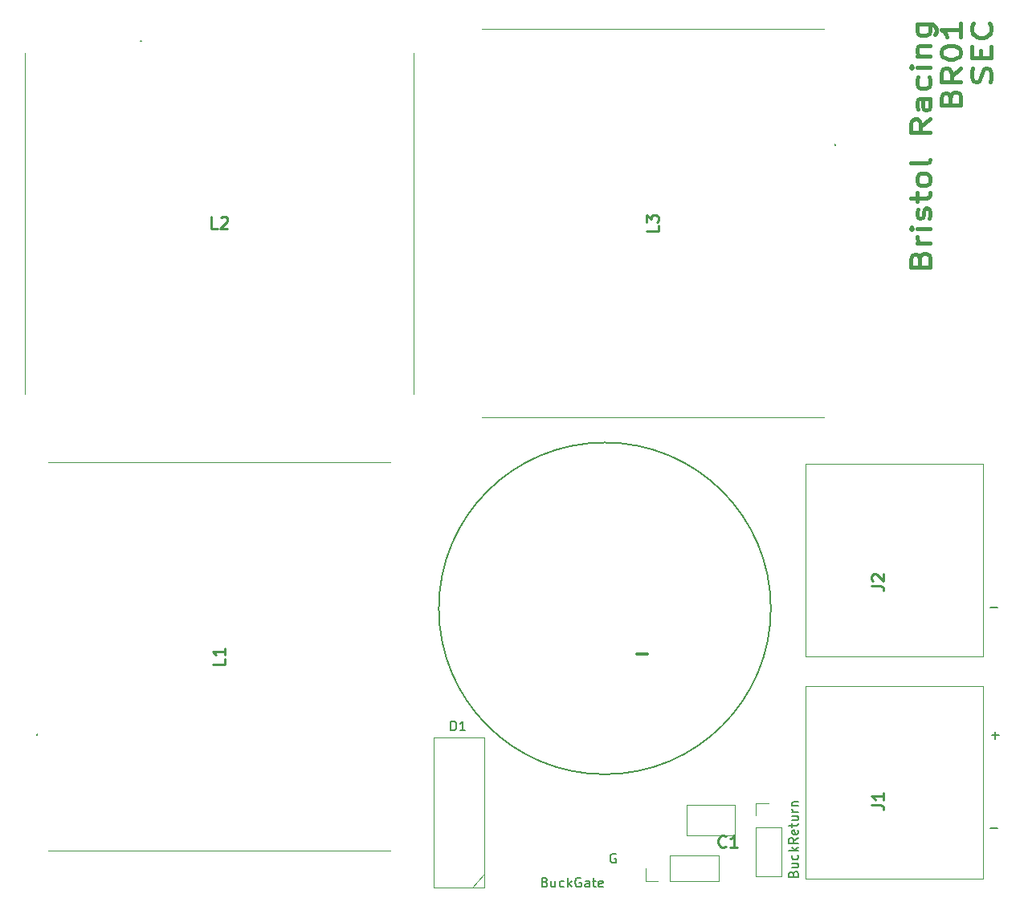
<source format=gto>
%TF.GenerationSoftware,KiCad,Pcbnew,(6.0.7)*%
%TF.CreationDate,2022-08-27T17:54:50+01:00*%
%TF.ProjectId,Buck Racing 2,4275636b-2052-4616-9369-6e6720322e6b,v01*%
%TF.SameCoordinates,Original*%
%TF.FileFunction,Legend,Top*%
%TF.FilePolarity,Positive*%
%FSLAX46Y46*%
G04 Gerber Fmt 4.6, Leading zero omitted, Abs format (unit mm)*
G04 Created by KiCad (PCBNEW (6.0.7)) date 2022-08-27 17:54:50*
%MOMM*%
%LPD*%
G01*
G04 APERTURE LIST*
%ADD10C,0.150000*%
%ADD11C,0.300000*%
%ADD12C,0.400000*%
%ADD13C,0.254000*%
%ADD14C,0.120000*%
%ADD15C,0.100000*%
%ADD16C,0.200000*%
%ADD17C,3.000000*%
%ADD18C,3.300000*%
%ADD19C,2.160000*%
%ADD20R,2.160000X2.160000*%
%ADD21C,3.750000*%
%ADD22C,12.816000*%
%ADD23R,2.850000X2.850000*%
%ADD24C,2.850000*%
%ADD25C,1.217000*%
%ADD26R,1.700000X1.700000*%
%ADD27O,1.700000X1.700000*%
G04 APERTURE END LIST*
D10*
X130690904Y-145296000D02*
X130595666Y-145248380D01*
X130452809Y-145248380D01*
X130309952Y-145296000D01*
X130214714Y-145391238D01*
X130167095Y-145486476D01*
X130119476Y-145676952D01*
X130119476Y-145819809D01*
X130167095Y-146010285D01*
X130214714Y-146105523D01*
X130309952Y-146200761D01*
X130452809Y-146248380D01*
X130548047Y-146248380D01*
X130690904Y-146200761D01*
X130738523Y-146153142D01*
X130738523Y-145819809D01*
X130548047Y-145819809D01*
X170180047Y-119324428D02*
X170941952Y-119324428D01*
X170180047Y-142565428D02*
X170941952Y-142565428D01*
X170307047Y-132786428D02*
X171068952Y-132786428D01*
X170688000Y-133167380D02*
X170688000Y-132405476D01*
D11*
X132905571Y-124186142D02*
X134048428Y-124186142D01*
D12*
X162753142Y-82513142D02*
X162848380Y-82156000D01*
X162943619Y-82036952D01*
X163134095Y-81917904D01*
X163419809Y-81917904D01*
X163610285Y-82036952D01*
X163705523Y-82156000D01*
X163800761Y-82394095D01*
X163800761Y-83346476D01*
X161800761Y-83346476D01*
X161800761Y-82513142D01*
X161896000Y-82275047D01*
X161991238Y-82156000D01*
X162181714Y-82036952D01*
X162372190Y-82036952D01*
X162562666Y-82156000D01*
X162657904Y-82275047D01*
X162753142Y-82513142D01*
X162753142Y-83346476D01*
X163800761Y-80846476D02*
X162467428Y-80846476D01*
X162848380Y-80846476D02*
X162657904Y-80727428D01*
X162562666Y-80608380D01*
X162467428Y-80370285D01*
X162467428Y-80132190D01*
X163800761Y-79298857D02*
X162467428Y-79298857D01*
X161800761Y-79298857D02*
X161896000Y-79417904D01*
X161991238Y-79298857D01*
X161896000Y-79179809D01*
X161800761Y-79298857D01*
X161991238Y-79298857D01*
X163705523Y-78227428D02*
X163800761Y-77989333D01*
X163800761Y-77513142D01*
X163705523Y-77275047D01*
X163515047Y-77156000D01*
X163419809Y-77156000D01*
X163229333Y-77275047D01*
X163134095Y-77513142D01*
X163134095Y-77870285D01*
X163038857Y-78108380D01*
X162848380Y-78227428D01*
X162753142Y-78227428D01*
X162562666Y-78108380D01*
X162467428Y-77870285D01*
X162467428Y-77513142D01*
X162562666Y-77275047D01*
X162467428Y-76441714D02*
X162467428Y-75489333D01*
X161800761Y-76084571D02*
X163515047Y-76084571D01*
X163705523Y-75965523D01*
X163800761Y-75727428D01*
X163800761Y-75489333D01*
X163800761Y-74298857D02*
X163705523Y-74536952D01*
X163610285Y-74656000D01*
X163419809Y-74775047D01*
X162848380Y-74775047D01*
X162657904Y-74656000D01*
X162562666Y-74536952D01*
X162467428Y-74298857D01*
X162467428Y-73941714D01*
X162562666Y-73703619D01*
X162657904Y-73584571D01*
X162848380Y-73465523D01*
X163419809Y-73465523D01*
X163610285Y-73584571D01*
X163705523Y-73703619D01*
X163800761Y-73941714D01*
X163800761Y-74298857D01*
X163800761Y-72036952D02*
X163705523Y-72275047D01*
X163515047Y-72394095D01*
X161800761Y-72394095D01*
X163800761Y-67751238D02*
X162848380Y-68584571D01*
X163800761Y-69179809D02*
X161800761Y-69179809D01*
X161800761Y-68227428D01*
X161896000Y-67989333D01*
X161991238Y-67870285D01*
X162181714Y-67751238D01*
X162467428Y-67751238D01*
X162657904Y-67870285D01*
X162753142Y-67989333D01*
X162848380Y-68227428D01*
X162848380Y-69179809D01*
X163800761Y-65608380D02*
X162753142Y-65608380D01*
X162562666Y-65727428D01*
X162467428Y-65965523D01*
X162467428Y-66441714D01*
X162562666Y-66679809D01*
X163705523Y-65608380D02*
X163800761Y-65846476D01*
X163800761Y-66441714D01*
X163705523Y-66679809D01*
X163515047Y-66798857D01*
X163324571Y-66798857D01*
X163134095Y-66679809D01*
X163038857Y-66441714D01*
X163038857Y-65846476D01*
X162943619Y-65608380D01*
X163705523Y-63346476D02*
X163800761Y-63584571D01*
X163800761Y-64060761D01*
X163705523Y-64298857D01*
X163610285Y-64417904D01*
X163419809Y-64536952D01*
X162848380Y-64536952D01*
X162657904Y-64417904D01*
X162562666Y-64298857D01*
X162467428Y-64060761D01*
X162467428Y-63584571D01*
X162562666Y-63346476D01*
X163800761Y-62275047D02*
X162467428Y-62275047D01*
X161800761Y-62275047D02*
X161896000Y-62394095D01*
X161991238Y-62275047D01*
X161896000Y-62156000D01*
X161800761Y-62275047D01*
X161991238Y-62275047D01*
X162467428Y-61084571D02*
X163800761Y-61084571D01*
X162657904Y-61084571D02*
X162562666Y-60965523D01*
X162467428Y-60727428D01*
X162467428Y-60370285D01*
X162562666Y-60132190D01*
X162753142Y-60013142D01*
X163800761Y-60013142D01*
X162467428Y-57751238D02*
X164086476Y-57751238D01*
X164276952Y-57870285D01*
X164372190Y-57989333D01*
X164467428Y-58227428D01*
X164467428Y-58584571D01*
X164372190Y-58822666D01*
X163705523Y-57751238D02*
X163800761Y-57989333D01*
X163800761Y-58465523D01*
X163705523Y-58703619D01*
X163610285Y-58822666D01*
X163419809Y-58941714D01*
X162848380Y-58941714D01*
X162657904Y-58822666D01*
X162562666Y-58703619D01*
X162467428Y-58465523D01*
X162467428Y-57989333D01*
X162562666Y-57751238D01*
X165973142Y-65489333D02*
X166068380Y-65132190D01*
X166163619Y-65013142D01*
X166354095Y-64894095D01*
X166639809Y-64894095D01*
X166830285Y-65013142D01*
X166925523Y-65132190D01*
X167020761Y-65370285D01*
X167020761Y-66322666D01*
X165020761Y-66322666D01*
X165020761Y-65489333D01*
X165116000Y-65251238D01*
X165211238Y-65132190D01*
X165401714Y-65013142D01*
X165592190Y-65013142D01*
X165782666Y-65132190D01*
X165877904Y-65251238D01*
X165973142Y-65489333D01*
X165973142Y-66322666D01*
X167020761Y-62394095D02*
X166068380Y-63227428D01*
X167020761Y-63822666D02*
X165020761Y-63822666D01*
X165020761Y-62870285D01*
X165116000Y-62632190D01*
X165211238Y-62513142D01*
X165401714Y-62394095D01*
X165687428Y-62394095D01*
X165877904Y-62513142D01*
X165973142Y-62632190D01*
X166068380Y-62870285D01*
X166068380Y-63822666D01*
X165020761Y-60846476D02*
X165020761Y-60608380D01*
X165116000Y-60370285D01*
X165211238Y-60251238D01*
X165401714Y-60132190D01*
X165782666Y-60013142D01*
X166258857Y-60013142D01*
X166639809Y-60132190D01*
X166830285Y-60251238D01*
X166925523Y-60370285D01*
X167020761Y-60608380D01*
X167020761Y-60846476D01*
X166925523Y-61084571D01*
X166830285Y-61203619D01*
X166639809Y-61322666D01*
X166258857Y-61441714D01*
X165782666Y-61441714D01*
X165401714Y-61322666D01*
X165211238Y-61203619D01*
X165116000Y-61084571D01*
X165020761Y-60846476D01*
X167020761Y-57632190D02*
X167020761Y-59060761D01*
X167020761Y-58346476D02*
X165020761Y-58346476D01*
X165306476Y-58584571D01*
X165496952Y-58822666D01*
X165592190Y-59060761D01*
X170145523Y-63822666D02*
X170240761Y-63465523D01*
X170240761Y-62870285D01*
X170145523Y-62632190D01*
X170050285Y-62513142D01*
X169859809Y-62394095D01*
X169669333Y-62394095D01*
X169478857Y-62513142D01*
X169383619Y-62632190D01*
X169288380Y-62870285D01*
X169193142Y-63346476D01*
X169097904Y-63584571D01*
X169002666Y-63703619D01*
X168812190Y-63822666D01*
X168621714Y-63822666D01*
X168431238Y-63703619D01*
X168336000Y-63584571D01*
X168240761Y-63346476D01*
X168240761Y-62751238D01*
X168336000Y-62394095D01*
X169193142Y-61322666D02*
X169193142Y-60489333D01*
X170240761Y-60132190D02*
X170240761Y-61322666D01*
X168240761Y-61322666D01*
X168240761Y-60132190D01*
X170050285Y-57632190D02*
X170145523Y-57751238D01*
X170240761Y-58108380D01*
X170240761Y-58346476D01*
X170145523Y-58703619D01*
X169955047Y-58941714D01*
X169764571Y-59060761D01*
X169383619Y-59179809D01*
X169097904Y-59179809D01*
X168716952Y-59060761D01*
X168526476Y-58941714D01*
X168336000Y-58703619D01*
X168240761Y-58346476D01*
X168240761Y-58108380D01*
X168336000Y-57751238D01*
X168431238Y-57632190D01*
D10*
X113307904Y-132278380D02*
X113307904Y-131278380D01*
X113546000Y-131278380D01*
X113688857Y-131326000D01*
X113784095Y-131421238D01*
X113831714Y-131516476D01*
X113879333Y-131706952D01*
X113879333Y-131849809D01*
X113831714Y-132040285D01*
X113784095Y-132135523D01*
X113688857Y-132230761D01*
X113546000Y-132278380D01*
X113307904Y-132278380D01*
X114831714Y-132278380D02*
X114260285Y-132278380D01*
X114546000Y-132278380D02*
X114546000Y-131278380D01*
X114450761Y-131421238D01*
X114355523Y-131516476D01*
X114260285Y-131564095D01*
D13*
X157673523Y-117009333D02*
X158580666Y-117009333D01*
X158762095Y-117069809D01*
X158883047Y-117190761D01*
X158943523Y-117372190D01*
X158943523Y-117493142D01*
X157794476Y-116465047D02*
X157734000Y-116404571D01*
X157673523Y-116283619D01*
X157673523Y-115981238D01*
X157734000Y-115860285D01*
X157794476Y-115799809D01*
X157915428Y-115739333D01*
X158036380Y-115739333D01*
X158217809Y-115799809D01*
X158943523Y-116525523D01*
X158943523Y-115739333D01*
X157673523Y-140123333D02*
X158580666Y-140123333D01*
X158762095Y-140183809D01*
X158883047Y-140304761D01*
X158943523Y-140486190D01*
X158943523Y-140607142D01*
X158943523Y-138853333D02*
X158943523Y-139579047D01*
X158943523Y-139216190D02*
X157673523Y-139216190D01*
X157854952Y-139337142D01*
X157975904Y-139458095D01*
X158036380Y-139579047D01*
X135194523Y-78951666D02*
X135194523Y-79556428D01*
X133924523Y-79556428D01*
X133924523Y-78649285D02*
X133924523Y-77863095D01*
X134408333Y-78286428D01*
X134408333Y-78105000D01*
X134468809Y-77984047D01*
X134529285Y-77923571D01*
X134650238Y-77863095D01*
X134952619Y-77863095D01*
X135073571Y-77923571D01*
X135134047Y-77984047D01*
X135194523Y-78105000D01*
X135194523Y-78467857D01*
X135134047Y-78588809D01*
X135073571Y-78649285D01*
X88688333Y-79314523D02*
X88083571Y-79314523D01*
X88083571Y-78044523D01*
X89051190Y-78165476D02*
X89111666Y-78105000D01*
X89232619Y-78044523D01*
X89535000Y-78044523D01*
X89655952Y-78105000D01*
X89716428Y-78165476D01*
X89776904Y-78286428D01*
X89776904Y-78407380D01*
X89716428Y-78588809D01*
X88990714Y-79314523D01*
X89776904Y-79314523D01*
X89474523Y-124671666D02*
X89474523Y-125276428D01*
X88204523Y-125276428D01*
X89474523Y-123583095D02*
X89474523Y-124308809D01*
X89474523Y-123945952D02*
X88204523Y-123945952D01*
X88385952Y-124066904D01*
X88506904Y-124187857D01*
X88567380Y-124308809D01*
X129993571Y-114591666D02*
X130054047Y-114652142D01*
X130114523Y-114833571D01*
X130114523Y-114954523D01*
X130054047Y-115135952D01*
X129933095Y-115256904D01*
X129812142Y-115317380D01*
X129570238Y-115377857D01*
X129388809Y-115377857D01*
X129146904Y-115317380D01*
X129025952Y-115256904D01*
X128905000Y-115135952D01*
X128844523Y-114954523D01*
X128844523Y-114833571D01*
X128905000Y-114652142D01*
X128965476Y-114591666D01*
X128965476Y-114107857D02*
X128905000Y-114047380D01*
X128844523Y-113926428D01*
X128844523Y-113624047D01*
X128905000Y-113503095D01*
X128965476Y-113442619D01*
X129086428Y-113382142D01*
X129207380Y-113382142D01*
X129388809Y-113442619D01*
X130114523Y-114168333D01*
X130114523Y-113382142D01*
X142282333Y-144471571D02*
X142221857Y-144532047D01*
X142040428Y-144592523D01*
X141919476Y-144592523D01*
X141738047Y-144532047D01*
X141617095Y-144411095D01*
X141556619Y-144290142D01*
X141496142Y-144048238D01*
X141496142Y-143866809D01*
X141556619Y-143624904D01*
X141617095Y-143503952D01*
X141738047Y-143383000D01*
X141919476Y-143322523D01*
X142040428Y-143322523D01*
X142221857Y-143383000D01*
X142282333Y-143443476D01*
X143491857Y-144592523D02*
X142766142Y-144592523D01*
X143129000Y-144592523D02*
X143129000Y-143322523D01*
X143008047Y-143503952D01*
X142887095Y-143624904D01*
X142766142Y-143685380D01*
D10*
X149407571Y-147406857D02*
X149455190Y-147264000D01*
X149502809Y-147216380D01*
X149598047Y-147168761D01*
X149740904Y-147168761D01*
X149836142Y-147216380D01*
X149883761Y-147264000D01*
X149931380Y-147359238D01*
X149931380Y-147740190D01*
X148931380Y-147740190D01*
X148931380Y-147406857D01*
X148979000Y-147311619D01*
X149026619Y-147264000D01*
X149121857Y-147216380D01*
X149217095Y-147216380D01*
X149312333Y-147264000D01*
X149359952Y-147311619D01*
X149407571Y-147406857D01*
X149407571Y-147740190D01*
X149264714Y-146311619D02*
X149931380Y-146311619D01*
X149264714Y-146740190D02*
X149788523Y-146740190D01*
X149883761Y-146692571D01*
X149931380Y-146597333D01*
X149931380Y-146454476D01*
X149883761Y-146359238D01*
X149836142Y-146311619D01*
X149883761Y-145406857D02*
X149931380Y-145502095D01*
X149931380Y-145692571D01*
X149883761Y-145787809D01*
X149836142Y-145835428D01*
X149740904Y-145883047D01*
X149455190Y-145883047D01*
X149359952Y-145835428D01*
X149312333Y-145787809D01*
X149264714Y-145692571D01*
X149264714Y-145502095D01*
X149312333Y-145406857D01*
X149931380Y-144978285D02*
X148931380Y-144978285D01*
X149550428Y-144883047D02*
X149931380Y-144597333D01*
X149264714Y-144597333D02*
X149645666Y-144978285D01*
X149931380Y-143597333D02*
X149455190Y-143930666D01*
X149931380Y-144168761D02*
X148931380Y-144168761D01*
X148931380Y-143787809D01*
X148979000Y-143692571D01*
X149026619Y-143644952D01*
X149121857Y-143597333D01*
X149264714Y-143597333D01*
X149359952Y-143644952D01*
X149407571Y-143692571D01*
X149455190Y-143787809D01*
X149455190Y-144168761D01*
X149883761Y-142787809D02*
X149931380Y-142883047D01*
X149931380Y-143073523D01*
X149883761Y-143168761D01*
X149788523Y-143216380D01*
X149407571Y-143216380D01*
X149312333Y-143168761D01*
X149264714Y-143073523D01*
X149264714Y-142883047D01*
X149312333Y-142787809D01*
X149407571Y-142740190D01*
X149502809Y-142740190D01*
X149598047Y-143216380D01*
X149264714Y-142454476D02*
X149264714Y-142073523D01*
X148931380Y-142311619D02*
X149788523Y-142311619D01*
X149883761Y-142264000D01*
X149931380Y-142168761D01*
X149931380Y-142073523D01*
X149264714Y-141311619D02*
X149931380Y-141311619D01*
X149264714Y-141740190D02*
X149788523Y-141740190D01*
X149883761Y-141692571D01*
X149931380Y-141597333D01*
X149931380Y-141454476D01*
X149883761Y-141359238D01*
X149836142Y-141311619D01*
X149931380Y-140835428D02*
X149264714Y-140835428D01*
X149455190Y-140835428D02*
X149359952Y-140787809D01*
X149312333Y-140740190D01*
X149264714Y-140644952D01*
X149264714Y-140549714D01*
X149264714Y-140216380D02*
X149931380Y-140216380D01*
X149359952Y-140216380D02*
X149312333Y-140168761D01*
X149264714Y-140073523D01*
X149264714Y-139930666D01*
X149312333Y-139835428D01*
X149407571Y-139787809D01*
X149931380Y-139787809D01*
X123230047Y-148264571D02*
X123372904Y-148312190D01*
X123420523Y-148359809D01*
X123468142Y-148455047D01*
X123468142Y-148597904D01*
X123420523Y-148693142D01*
X123372904Y-148740761D01*
X123277666Y-148788380D01*
X122896714Y-148788380D01*
X122896714Y-147788380D01*
X123230047Y-147788380D01*
X123325285Y-147836000D01*
X123372904Y-147883619D01*
X123420523Y-147978857D01*
X123420523Y-148074095D01*
X123372904Y-148169333D01*
X123325285Y-148216952D01*
X123230047Y-148264571D01*
X122896714Y-148264571D01*
X124325285Y-148121714D02*
X124325285Y-148788380D01*
X123896714Y-148121714D02*
X123896714Y-148645523D01*
X123944333Y-148740761D01*
X124039571Y-148788380D01*
X124182428Y-148788380D01*
X124277666Y-148740761D01*
X124325285Y-148693142D01*
X125230047Y-148740761D02*
X125134809Y-148788380D01*
X124944333Y-148788380D01*
X124849095Y-148740761D01*
X124801476Y-148693142D01*
X124753857Y-148597904D01*
X124753857Y-148312190D01*
X124801476Y-148216952D01*
X124849095Y-148169333D01*
X124944333Y-148121714D01*
X125134809Y-148121714D01*
X125230047Y-148169333D01*
X125658619Y-148788380D02*
X125658619Y-147788380D01*
X125753857Y-148407428D02*
X126039571Y-148788380D01*
X126039571Y-148121714D02*
X125658619Y-148502666D01*
X126991952Y-147836000D02*
X126896714Y-147788380D01*
X126753857Y-147788380D01*
X126611000Y-147836000D01*
X126515761Y-147931238D01*
X126468142Y-148026476D01*
X126420523Y-148216952D01*
X126420523Y-148359809D01*
X126468142Y-148550285D01*
X126515761Y-148645523D01*
X126611000Y-148740761D01*
X126753857Y-148788380D01*
X126849095Y-148788380D01*
X126991952Y-148740761D01*
X127039571Y-148693142D01*
X127039571Y-148359809D01*
X126849095Y-148359809D01*
X127896714Y-148788380D02*
X127896714Y-148264571D01*
X127849095Y-148169333D01*
X127753857Y-148121714D01*
X127563380Y-148121714D01*
X127468142Y-148169333D01*
X127896714Y-148740761D02*
X127801476Y-148788380D01*
X127563380Y-148788380D01*
X127468142Y-148740761D01*
X127420523Y-148645523D01*
X127420523Y-148550285D01*
X127468142Y-148455047D01*
X127563380Y-148407428D01*
X127801476Y-148407428D01*
X127896714Y-148359809D01*
X128230047Y-148121714D02*
X128611000Y-148121714D01*
X128372904Y-147788380D02*
X128372904Y-148645523D01*
X128420523Y-148740761D01*
X128515761Y-148788380D01*
X128611000Y-148788380D01*
X129325285Y-148740761D02*
X129230047Y-148788380D01*
X129039571Y-148788380D01*
X128944333Y-148740761D01*
X128896714Y-148645523D01*
X128896714Y-148264571D01*
X128944333Y-148169333D01*
X129039571Y-148121714D01*
X129230047Y-148121714D01*
X129325285Y-148169333D01*
X129372904Y-148264571D01*
X129372904Y-148359809D01*
X128896714Y-148455047D01*
D14*
X115594400Y-148844000D02*
X116762800Y-147472400D01*
X111492600Y-148854200D02*
X116802600Y-148854200D01*
X116802600Y-148854200D02*
X116802600Y-132984200D01*
X116802600Y-132984200D02*
X111492600Y-132984200D01*
X111492600Y-132984200D02*
X111492600Y-148854200D01*
D15*
X150670000Y-124450000D02*
X150670000Y-104150000D01*
X150670000Y-104150000D02*
X169370000Y-104150000D01*
X169370000Y-104150000D02*
X169370000Y-124450000D01*
X169370000Y-124450000D02*
X150670000Y-124450000D01*
X169370000Y-147919600D02*
X150670000Y-147919600D01*
X169370000Y-127619600D02*
X169370000Y-147919600D01*
X150670000Y-127619600D02*
X169370000Y-127619600D01*
X150670000Y-147919600D02*
X150670000Y-127619600D01*
X152620000Y-58240000D02*
X152620000Y-58240000D01*
X152620000Y-58240000D02*
X122620000Y-58240000D01*
X122620000Y-58240000D02*
X122620000Y-58240000D01*
X122620000Y-58240000D02*
X152620000Y-58240000D01*
X122870000Y-58240000D02*
X122870000Y-58240000D01*
X122870000Y-58240000D02*
X116620000Y-58240000D01*
X116620000Y-58240000D02*
X116620000Y-58240000D01*
X116620000Y-58240000D02*
X122870000Y-58240000D01*
X116620000Y-99240000D02*
X116620000Y-99240000D01*
X116620000Y-99240000D02*
X152620000Y-99240000D01*
X152620000Y-99240000D02*
X152620000Y-99240000D01*
X152620000Y-99240000D02*
X116620000Y-99240000D01*
D16*
X153820000Y-70440000D02*
X153820000Y-70440000D01*
X153820000Y-70540000D02*
X153820000Y-70540000D01*
X153820000Y-70440000D02*
X153820000Y-70440000D01*
X153820000Y-70440000D02*
G75*
G03*
X153820000Y-70540000I0J-50000D01*
G01*
X153820000Y-70540000D02*
G75*
G03*
X153820000Y-70440000I0J50000D01*
G01*
X153820000Y-70440000D02*
G75*
G03*
X153820000Y-70540000I0J-50000D01*
G01*
D15*
X68400000Y-60740000D02*
X68400000Y-60740000D01*
X68400000Y-60740000D02*
X68400000Y-90740000D01*
X68400000Y-90740000D02*
X68400000Y-90740000D01*
X68400000Y-90740000D02*
X68400000Y-60740000D01*
X68400000Y-90490000D02*
X68400000Y-90490000D01*
X68400000Y-90490000D02*
X68400000Y-96740000D01*
X68400000Y-96740000D02*
X68400000Y-96740000D01*
X68400000Y-96740000D02*
X68400000Y-90490000D01*
X109400000Y-96740000D02*
X109400000Y-96740000D01*
X109400000Y-96740000D02*
X109400000Y-60740000D01*
X109400000Y-60740000D02*
X109400000Y-60740000D01*
X109400000Y-60740000D02*
X109400000Y-96740000D01*
D16*
X80600000Y-59540000D02*
X80600000Y-59540000D01*
X80700000Y-59540000D02*
X80700000Y-59540000D01*
X80600000Y-59540000D02*
X80600000Y-59540000D01*
X80600000Y-59540000D02*
G75*
G03*
X80700000Y-59540000I50000J0D01*
G01*
X80700000Y-59540000D02*
G75*
G03*
X80600000Y-59540000I-50000J0D01*
G01*
X80600000Y-59540000D02*
G75*
G03*
X80700000Y-59540000I50000J0D01*
G01*
D15*
X70900000Y-144960000D02*
X70900000Y-144960000D01*
X70900000Y-144960000D02*
X100900000Y-144960000D01*
X100900000Y-144960000D02*
X100900000Y-144960000D01*
X100900000Y-144960000D02*
X70900000Y-144960000D01*
X100650000Y-144960000D02*
X100650000Y-144960000D01*
X100650000Y-144960000D02*
X106900000Y-144960000D01*
X106900000Y-144960000D02*
X106900000Y-144960000D01*
X106900000Y-144960000D02*
X100650000Y-144960000D01*
X106900000Y-103960000D02*
X106900000Y-103960000D01*
X106900000Y-103960000D02*
X70900000Y-103960000D01*
X70900000Y-103960000D02*
X70900000Y-103960000D01*
X70900000Y-103960000D02*
X106900000Y-103960000D01*
D16*
X69700000Y-132760000D02*
X69700000Y-132760000D01*
X69700000Y-132660000D02*
X69700000Y-132660000D01*
X69700000Y-132760000D02*
X69700000Y-132760000D01*
X69700000Y-132760000D02*
G75*
G03*
X69700000Y-132660000I0J50000D01*
G01*
X69700000Y-132660000D02*
G75*
G03*
X69700000Y-132760000I0J-50000D01*
G01*
X69700000Y-132760000D02*
G75*
G03*
X69700000Y-132660000I0J50000D01*
G01*
X147040000Y-119380000D02*
G75*
G03*
X147040000Y-119380000I-17500000J0D01*
G01*
D15*
X138176000Y-140142000D02*
X143256000Y-140142000D01*
X143256000Y-140142000D02*
X143256000Y-143322000D01*
X143256000Y-143322000D02*
X138176000Y-143322000D01*
X138176000Y-143322000D02*
X138176000Y-140142000D01*
D14*
X145482000Y-147649000D02*
X148142000Y-147649000D01*
X145482000Y-142509000D02*
X145482000Y-147649000D01*
X145482000Y-141239000D02*
X145482000Y-139909000D01*
X148142000Y-142509000D02*
X148142000Y-147649000D01*
X145482000Y-139909000D02*
X146812000Y-139909000D01*
X145482000Y-142509000D02*
X148142000Y-142509000D01*
X141553000Y-148142000D02*
X141553000Y-145482000D01*
X136413000Y-148142000D02*
X141553000Y-148142000D01*
X135143000Y-148142000D02*
X133813000Y-148142000D01*
X136413000Y-145482000D02*
X141553000Y-145482000D01*
X133813000Y-148142000D02*
X133813000Y-146812000D01*
X136413000Y-148142000D02*
X136413000Y-145482000D01*
%LPC*%
D17*
X114527600Y-146379200D03*
X114527600Y-135459200D03*
D18*
X163130000Y-119400000D03*
X163130000Y-109240000D03*
X152970000Y-119400000D03*
X152970000Y-109240000D03*
X152970000Y-132709600D03*
X152970000Y-142869600D03*
X163130000Y-132709600D03*
X163130000Y-142869600D03*
D19*
X122428000Y-145796000D03*
X124968000Y-145796000D03*
D20*
X127508000Y-145796000D03*
D21*
X148470000Y-71590000D03*
D22*
X120770000Y-71590000D03*
D21*
X120770000Y-85890000D03*
D22*
X148470000Y-85890000D03*
D21*
X81750000Y-64890000D03*
D22*
X81750000Y-92590000D03*
D21*
X96050000Y-92590000D03*
D22*
X96050000Y-64890000D03*
D21*
X75050000Y-131610000D03*
D22*
X102750000Y-131610000D03*
D21*
X102750000Y-117310000D03*
D22*
X75050000Y-117310000D03*
D23*
X129540000Y-114380000D03*
D24*
X129540000Y-124380000D03*
D25*
X139446000Y-141732000D03*
X141986000Y-141732000D03*
D26*
X146812000Y-141239000D03*
D27*
X146812000Y-143779000D03*
X146812000Y-146319000D03*
D26*
X135143000Y-146812000D03*
D27*
X137683000Y-146812000D03*
X140223000Y-146812000D03*
M02*

</source>
